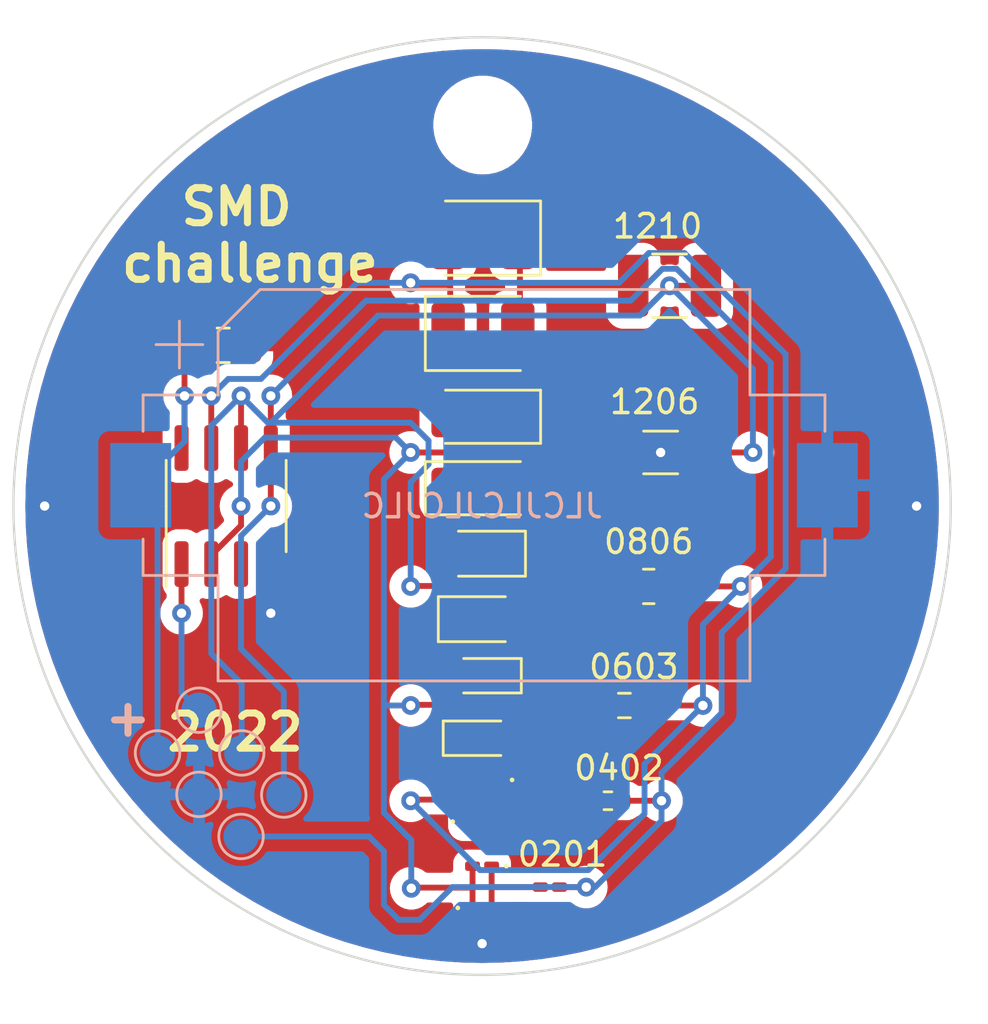
<source format=kicad_pcb>
(kicad_pcb (version 20211014) (generator pcbnew)
  (layers (0 "F.Cu" signal) (31 "B.Cu" signal) (34 "B.Paste" user) (35 "F.Paste" user) (36 "B.SilkS" user "B.Silkscreen") (37 "F.SilkS" user "F.Silkscreen") (38 "B.Mask" user) (39 "F.Mask" user) (44 "Edge.Cuts" user))
  (net 0 "")
  (net 1 "VCC")
  (net 2 "GND")
  (net 3 "/PB1")
  (net 4 "/PB0")
  (net 5 "/PB2")
  (net 6 "/PB3")
  (net 7 "/PB5")
  (net 9 "Net-(D5-Pad1)")
  (net 10 "Net-(D1-Pad1)")
  (net 11 "Net-(D11-Pad2)")
  (net 12 "Net-(D9-Pad1)")
  (net 13 "Net-(D7-Pad1)")
  (net 14 "Net-(D4-Pad2)")
  (footprint "LED_SMD:LED_0201_0603Metric_Pad0.64x0.40mm_HandSolder" (layer "F.Cu") (at 124.0783 135.255 180)
    (fp_text reference "D12" hide)
    (fp_text value "0201")
    (fp_circle (center -1.035 0) (end -0.985 0) (layer "F.SilkS") (width 0.1) (fill none))
    (pad "1" smd roundrect (at -0.4075 0 180) (size 0.635 0.4) (layers "F.Cu" "F.Mask") (net 11 "Net-(D11-Pad2)"))
    (pad "2" smd roundrect (at 0.4075 0 180) (size 0.635 0.4) (layers "F.Cu" "F.Mask") (net 6 "/PB3"))
  )
  (footprint "LED_SMD:LED_0603_1608Metric_Pad1.05x0.95mm_HandSolder" (layer "F.Cu") (at 124.079 129.794)
    (fp_text reference "D8" hide)
    (fp_text value "0608")
    (fp_line (start -1.66 -0.735) (end -1.66 0.735) (layer "F.SilkS") (width 0.12))
    (fp_line (start 0.8 -0.735) (end -1.66 -0.735) (layer "F.SilkS") (width 0.12))
    (fp_line (start -1.66 0.735) (end 0.8 0.735) (layer "F.SilkS") (width 0.12))
    (pad "1" smd roundrect (at -0.875 0) (size 1.05 0.95) (layers "F.Cu" "F.Paste" "F.Mask") (net 6 "/PB3"))
    (pad "2" smd roundrect (at 0.875 0) (size 1.05 0.95) (layers "F.Cu" "F.Paste" "F.Mask") (net 13 "Net-(D7-Pad1)"))
  )
  (footprint "Package_SO:SOIC-8_3.9x4.9mm_P1.27mm" (layer "F.Cu") (at 113.157 119.888 90)
    (fp_text reference "U1" hide)
    (fp_text value "ATtiny13A-SS")
    (fp_line (start 0 -2.56) (end -3.45 -2.56) (layer "F.SilkS") (width 0.12))
    (fp_line (start 0 2.56) (end 1.95 2.56) (layer "F.SilkS") (width 0.12))
    (fp_line (start 0 2.56) (end -1.95 2.56) (layer "F.SilkS") (width 0.12))
    (fp_line (start 0 -2.56) (end 1.95 -2.56) (layer "F.SilkS") (width 0.12))
    (pad "1" smd roundrect (at -2.475 -1.905 90) (size 1.95 0.6) (layers "F.Cu" "F.Paste" "F.Mask") (net 7 "/PB5"))
    (pad "2" smd roundrect (at -2.475 -0.635 90) (size 1.95 0.6) (layers "F.Cu" "F.Paste" "F.Mask") (net 6 "/PB3"))
    (pad "3" smd roundrect (at -2.475 0.635 90) (size 1.95 0.6) (layers "F.Cu" "F.Paste" "F.Mask"))
    (pad "4" smd roundrect (at -2.475 1.905 90) (size 1.95 0.6) (layers "F.Cu" "F.Paste" "F.Mask") (net 2 "GND"))
    (pad "5" smd roundrect (at 2.475 1.905 90) (size 1.95 0.6) (layers "F.Cu" "F.Paste" "F.Mask") (net 4 "/PB0"))
    (pad "6" smd roundrect (at 2.475 0.635 90) (size 1.95 0.6) (layers "F.Cu" "F.Paste" "F.Mask") (net 3 "/PB1"))
    (pad "7" smd roundrect (at 2.475 -0.635 90) (size 1.95 0.6) (layers "F.Cu" "F.Paste" "F.Mask") (net 5 "/PB2"))
    (pad "8" smd roundrect (at 2.475 -1.905 90) (size 1.95 0.6) (layers "F.Cu" "F.Paste" "F.Mask") (net 1 "VCC"))
  )
  (footprint "LED_SMD:LED_0402_1005Metric_Pad0.77x0.64mm_HandSolder" (layer "F.Cu") (at 124.093 131.572 180)
    (fp_text reference "D9" hide)
    (fp_text value "0402")
    (fp_circle (center -1.265 0) (end -1.215 0) (layer "F.SilkS") (width 0.1) (fill none))
    (pad "1" smd roundrect (at -0.5725 0 180) (size 0.765 0.64) (layers "F.Cu" "F.Paste" "F.Mask") (net 12 "Net-(D9-Pad1)"))
    (pad "2" smd roundrect (at 0.5725 0 180) (size 0.765 0.64) (layers "F.Cu" "F.Paste" "F.Mask") (net 4 "/PB0"))
  )
  (footprint "LED_SMD:LED_0805_2012Metric_Pad1.15x1.40mm_HandSolder" (layer "F.Cu") (at 124.07 124.714)
    (fp_text reference "D6" hide)
    (fp_text value "0805")
    (fp_line (start 1 -0.96) (end -1.86 -0.96) (layer "F.SilkS") (width 0.12))
    (fp_line (start -1.86 -0.96) (end -1.86 0.96) (layer "F.SilkS") (width 0.12))
    (fp_line (start -1.86 0.96) (end 1 0.96) (layer "F.SilkS") (width 0.12))
    (pad "1" smd roundrect (at -1.025 0) (size 1.15 1.4) (layers "F.Cu" "F.Paste" "F.Mask") (roundrect_rratio 0.2173913043) (net 3 "/PB1"))
    (pad "2" smd roundrect (at 1.025 0) (size 1.15 1.4) (layers "F.Cu" "F.Paste" "F.Mask") (roundrect_rratio 0.2173913043) (net 9 "Net-(D5-Pad1)"))
  )
  (footprint "Capacitor_SMD:C_0805_2012Metric_Pad1.18x1.45mm_HandSolder" (layer "F.Cu") (at 113.03 113.03)
    (fp_text reference "C1" hide)
    (fp_text value "10u")
    (fp_line (start -0.261252 -0.735) (end 0.261252 -0.735) (layer "F.SilkS") (width 0.12))
    (fp_line (start -0.261252 0.735) (end 0.261252 0.735) (layer "F.SilkS") (width 0.12))
    (pad "1" smd roundrect (at -1.0375 0) (size 1.175 1.45) (layers "F.Cu" "F.Paste" "F.Mask") (roundrect_rratio 0.2127659574) (net 1 "VCC"))
    (pad "2" smd roundrect (at 1.0375 0) (size 1.175 1.45) (layers "F.Cu" "F.Paste" "F.Mask") (roundrect_rratio 0.2127659574) (net 2 "GND"))
  )
  (footprint "Resistor_SMD:R_0805_2012Metric_Pad1.20x1.40mm_HandSolder" (layer "F.Cu") (at 131.191 123.317)
    (fp_text reference "R3" hide)
    (fp_text value "330")
    (fp_line (start -0.227064 -0.735) (end 0.227064 -0.735) (layer "F.SilkS") (width 0.12))
    (fp_line (start -0.227064 0.735) (end 0.227064 0.735) (layer "F.SilkS") (width 0.12))
    (pad "1" smd roundrect (at -1 0) (size 1.2 1.4) (layers "F.Cu" "F.Paste" "F.Mask") (roundrect_rratio 0.2083333333) (net 9 "Net-(D5-Pad1)"))
    (pad "2" smd roundrect (at 1 0) (size 1.2 1.4) (layers "F.Cu" "F.Paste" "F.Mask") (roundrect_rratio 0.2083333333) (net 4 "/PB0"))
  )
  (footprint "LED_SMD:LED_1210_3225Metric_Pad1.42x2.65mm_HandSolder" (layer "F.Cu") (at 124.1155 108.458 180)
    (fp_text reference "D1" hide)
    (fp_text value "1210")
    (fp_line (start -2.46 -1.585) (end -2.46 1.585) (layer "F.SilkS") (width 0.12))
    (fp_line (start -2.46 1.585) (end 1.6 1.585) (layer "F.SilkS") (width 0.12))
    (fp_line (start 1.6 -1.585) (end -2.46 -1.585) (layer "F.SilkS") (width 0.12))
    (pad "1" smd roundrect (at -1.4875 0 180) (size 1.425 2.65) (layers "F.Cu" "F.Paste" "F.Mask") (roundrect_rratio 0.1754392982) (net 10 "Net-(D1-Pad1)"))
    (pad "2" smd roundrect (at 1.4875 0 180) (size 1.425 2.65) (layers "F.Cu" "F.Paste" "F.Mask") (roundrect_rratio 0.1754392982) (net 5 "/PB2"))
  )
  (footprint "LED_SMD:LED_1210_3225Metric_Pad1.42x2.65mm_HandSolder" (layer "F.Cu") (at 124.1155 112.522)
    (fp_text reference "D2" hide)
    (fp_text value "1210")
    (fp_line (start -2.46 1.585) (end 1.6 1.585) (layer "F.SilkS") (width 0.12))
    (fp_line (start 1.6 -1.585) (end -2.46 -1.585) (layer "F.SilkS") (width 0.12))
    (fp_line (start -2.46 -1.585) (end -2.46 1.585) (layer "F.SilkS") (width 0.12))
    (pad "1" smd roundrect (at -1.4875 0) (size 1.425 2.65) (layers "F.Cu" "F.Paste" "F.Mask") (roundrect_rratio 0.1754392982) (net 5 "/PB2"))
    (pad "2" smd roundrect (at 1.4875 0) (size 1.425 2.65) (layers "F.Cu" "F.Paste" "F.Mask") (roundrect_rratio 0.1754392982) (net 10 "Net-(D1-Pad1)"))
  )
  (footprint "Resistor_SMD:R_0201_0603Metric_Pad0.64x0.40mm_HandSolder" (layer "F.Cu") (at 126.9735 136.144)
    (fp_text reference "R6" hide)
    (fp_text value "330")
    (pad "1" smd roundrect (at -0.4075 0) (size 0.635 0.4) (layers "F.Cu" "F.Mask") (net 11 "Net-(D11-Pad2)"))
    (pad "2" smd roundrect (at 0.4075 0) (size 0.635 0.4) (layers "F.Cu" "F.Mask") (net 5 "/PB2"))
  )
  (footprint "MountingHole:MountingHole_3.2mm_M3_ISO7380" (layer "F.Cu") (at 124.1044 103.632)
    (fp_text reference "REF**" hide)
    (fp_text value "MountingHole_3.2mm_M3_ISO7380" hide)
    (pad "" np_thru_hole circle (at 0 0) (size 3.2 3.2) (drill 3.2) (layers *.Cu *.Mask))
  )
  (footprint "Resistor_SMD:R_1210_3225Metric_Pad1.30x2.65mm_HandSolder" (layer "F.Cu") (at 132.08 110.49)
    (fp_text reference "R1" hide)
    (fp_text value "330")
    (fp_line (start -0.723737 -1.355) (end 0.723737 -1.355) (layer "F.SilkS") (width 0.12))
    (fp_line (start -0.723737 1.355) (end 0.723737 1.355) (layer "F.SilkS") (width 0.12))
    (pad "1" smd roundrect (at -1.55 0) (size 1.3 2.65) (layers "F.Cu" "F.Paste" "F.Mask") (roundrect_rratio 0.1923076923) (net 10 "Net-(D1-Pad1)"))
    (pad "2" smd roundrect (at 1.55 0) (size 1.3 2.65) (layers "F.Cu" "F.Paste" "F.Mask") (roundrect_rratio 0.1923076923) (net 3 "/PB1"))
  )
  (footprint "LED_SMD:LED_1206_3216Metric_Pad1.42x1.75mm_HandSolder" (layer "F.Cu") (at 124.1155 119.126)
    (fp_text reference "D4" hide)
    (fp_text value "1206")
    (fp_line (start -2.46 1.135) (end 1.6 1.135) (layer "F.SilkS") (width 0.12))
    (fp_line (start -2.46 -1.135) (end -2.46 1.135) (layer "F.SilkS") (width 0.12))
    (fp_line (start 1.6 -1.135) (end -2.46 -1.135) (layer "F.SilkS") (width 0.12))
    (pad "1" smd roundrect (at -1.4875 0) (size 1.425 1.75) (layers "F.Cu" "F.Paste" "F.Mask") (roundrect_rratio 0.1754392982) (net 6 "/PB3"))
    (pad "2" smd roundrect (at 1.4875 0) (size 1.425 1.75) (layers "F.Cu" "F.Paste" "F.Mask") (roundrect_rratio 0.1754392982) (net 14 "Net-(D4-Pad2)"))
  )
  (footprint "LED_SMD:LED_0805_2012Metric_Pad1.15x1.40mm_HandSolder" (layer "F.Cu") (at 124.07 121.92 180)
    (fp_text reference "D5" hide)
    (fp_text value "0805")
    (fp_line (start -1.86 -0.96) (end -1.86 0.96) (layer "F.SilkS") (width 0.12))
    (fp_line (start -1.86 0.96) (end 1 0.96) (layer "F.SilkS") (width 0.12))
    (fp_line (start 1 -0.96) (end -1.86 -0.96) (layer "F.SilkS") (width 0.12))
    (pad "1" smd roundrect (at -1.025 0 180) (size 1.15 1.4) (layers "F.Cu" "F.Paste" "F.Mask") (roundrect_rratio 0.2173913043) (net 9 "Net-(D5-Pad1)"))
    (pad "2" smd roundrect (at 1.025 0 180) (size 1.15 1.4) (layers "F.Cu" "F.Paste" "F.Mask") (roundrect_rratio 0.2173913043) (net 3 "/PB1"))
  )
  (footprint "LED_SMD:LED_1206_3216Metric_Pad1.42x1.75mm_HandSolder" (layer "F.Cu") (at 124.1155 116.078 180)
    (fp_text reference "D3" hide)
    (fp_text value "1206")
    (fp_line (start -2.46 1.135) (end 1.6 1.135) (layer "F.SilkS") (width 0.12))
    (fp_line (start 1.6 -1.135) (end -2.46 -1.135) (layer "F.SilkS") (width 0.12))
    (fp_line (start -2.46 -1.135) (end -2.46 1.135) (layer "F.SilkS") (width 0.12))
    (pad "1" smd roundrect (at -1.4875 0 180) (size 1.425 1.75) (layers "F.Cu" "F.Paste" "F.Mask") (roundrect_rratio 0.1754392982) (net 14 "Net-(D4-Pad2)"))
    (pad "2" smd roundrect (at 1.4875 0 180) (size 1.425 1.75) (layers "F.Cu" "F.Paste" "F.Mask") (roundrect_rratio 0.1754392982) (net 6 "/PB3"))
  )
  (footprint "LED_SMD:LED_0603_1608Metric_Pad1.05x0.95mm_HandSolder" (layer "F.Cu") (at 124.093 127.127 180)
    (fp_text reference "D7" hide)
    (fp_text value "0608")
    (fp_line (start -1.66 -0.735) (end -1.66 0.735) (layer "F.SilkS") (width 0.12))
    (fp_line (start 0.8 -0.735) (end -1.66 -0.735) (layer "F.SilkS") (width 0.12))
    (fp_line (start -1.66 0.735) (end 0.8 0.735) (layer "F.SilkS") (width 0.12))
    (pad "1" smd roundrect (at -0.875 0 180) (size 1.05 0.95) (layers "F.Cu" "F.Paste" "F.Mask") (net 13 "Net-(D7-Pad1)"))
    (pad "2" smd roundrect (at 0.875 0 180) (size 1.05 0.95) (layers "F.Cu" "F.Paste" "F.Mask") (net 6 "/PB3"))
  )
  (footprint "Resistor_SMD:R_0402_1005Metric_Pad0.72x0.64mm_HandSolder" (layer "F.Cu") (at 129.4505 132.461)
    (fp_text reference "R5" hide)
    (fp_text value "330")
    (fp_line (start -0.167621 -0.38) (end 0.167621 -0.38) (layer "F.SilkS") (width 0.12))
    (fp_line (start -0.167621 0.38) (end 0.167621 0.38) (layer "F.SilkS") (width 0.12))
    (pad "1" smd roundrect (at -0.5975 0) (size 0.715 0.64) (layers "F.Cu" "F.Paste" "F.Mask") (net 12 "Net-(D9-Pad1)"))
    (pad "2" smd roundrect (at 0.5975 0) (size 0.715 0.64) (layers "F.Cu" "F.Paste" "F.Mask") (net 5 "/PB2"))
  )
  (footprint "LED_SMD:LED_0402_1005Metric_Pad0.77x0.64mm_HandSolder" (layer "F.Cu") (at 124.0907 133.35)
    (fp_text reference "D10" hide)
    (fp_text value "0402")
    (fp_circle (center -1.265 0) (end -1.215 0) (layer "F.SilkS") (width 0.1) (fill none))
    (pad "1" smd roundrect (at -0.5725 0) (size 0.765 0.64) (layers "F.Cu" "F.Paste" "F.Mask") (net 4 "/PB0"))
    (pad "2" smd roundrect (at 0.5725 0) (size 0.765 0.64) (layers "F.Cu" "F.Paste" "F.Mask") (net 12 "Net-(D9-Pad1)"))
  )
  (footprint "LED_SMD:LED_0201_0603Metric_Pad0.64x0.40mm_HandSolder" (layer "F.Cu") (at 124.0783 137.033)
    (fp_text reference "D11" hide)
    (fp_text value "0201")
    (fp_circle (center -1.035 0) (end -0.985 0) (layer "F.SilkS") (width 0.1) (fill none))
    (pad "1" smd roundrect (at -0.4075 0) (size 0.635 0.4) (layers "F.Cu" "F.Mask") (net 6 "/PB3"))
    (pad "2" smd roundrect (at 0.4075 0) (size 0.635 0.4) (layers "F.Cu" "F.Mask") (net 11 "Net-(D11-Pad2)"))
  )
  (footprint "Resistor_SMD:R_1206_3216Metric_Pad1.30x1.75mm_HandSolder" (layer "F.Cu") (at 131.699 117.602)
    (fp_text reference "R2" hide)
    (fp_text value "330")
    (fp_line (start -0.727064 -0.91) (end 0.727064 -0.91) (layer "F.SilkS") (width 0.12))
    (fp_line (start -0.727064 0.91) (end 0.727064 0.91) (layer "F.SilkS") (width 0.12))
    (pad "1" smd roundrect (at -1.55 0) (size 1.3 1.75) (layers "F.Cu" "F.Paste" "F.Mask") (roundrect_rratio 0.1923076923) (net 14 "Net-(D4-Pad2)"))
    (pad "2" smd roundrect (at 1.55 0) (size 1.3 1.75) (layers "F.Cu" "F.Paste" "F.Mask") (roundrect_rratio 0.1923076923) (net 3 "/PB1"))
  )
  (footprint "Resistor_SMD:R_0603_1608Metric_Pad0.98x0.95mm_HandSolder" (layer "F.Cu") (at 130.1515 128.397)
    (fp_text reference "R4" hide)
    (fp_text value "330")
    (fp_line (start -0.254724 0.5225) (end 0.254724 0.5225) (layer "F.SilkS") (width 0.12))
    (fp_line (start -0.254724 -0.5225) (end 0.254724 -0.5225) (layer "F.SilkS") (width 0.12))
    (pad "1" smd roundrect (at -0.9125 0) (size 0.975 0.95) (layers "F.Cu" "F.Paste" "F.Mask") (net 13 "Net-(D7-Pad1)"))
    (pad "2" smd roundrect (at 0.9125 0) (size 0.975 0.95) (layers "F.Cu" "F.Paste" "F.Mask") (net 4 "/PB0"))
  )
  (footprint "TestPoint:TestPoint_Pad_D1.5mm" (layer "B.Cu") (at 113.820285 130.421182 -135)
    (fp_text reference "TP2" hide)
    (fp_text value "TestPoint")
    (fp_circle (center 0 0) (end 0 -0.95) (layer "B.SilkS") (width 0.12) (fill none))
    (pad "1" smd circle (at 0 0 225) (size 1.5 1.5) (layers "B.Cu" "B.Mask") (net 3 "/PB1"))
  )
  (footprint "TestPoint:TestPoint_Pad_D1.5mm" (layer "B.Cu") (at 110.228182 130.421182 -135)
    (fp_text reference "TP5" hide)
    (fp_text value "TestPoint")
    (fp_circle (center 0 0) (end 0 -0.95) (layer "B.SilkS") (width 0.12) (fill none))
    (pad "1" smd circle (at 0 0 225) (size 1.5 1.5) (layers "B.Cu" "B.Mask") (net 1 "VCC"))
  )
  (footprint "TestPoint:TestPoint_Pad_D1.5mm" (layer "B.Cu") (at 111.995949 128.596846 -135)
    (fp_text reference "TP4" hide)
    (fp_text value "TestPoint")
    (fp_circle (center 0 0) (end 0 -0.95) (layer "B.SilkS") (width 0.12) (fill none))
    (pad "1" smd circle (at 0 0 225) (size 1.5 1.5) (layers "B.Cu" "B.Mask") (net 7 "/PB5"))
  )
  (footprint "Battery:BatteryHolder_Keystone_1060_1x2032" (layer "B.Cu") (at 124.161 118.999)
    (fp_text reference "BT1" hide)
    (fp_text value "cr2032")
    (fp_line (start -11.35 8.35) (end -11.35 3.85) (layer "B.SilkS") (width 0.12))
    (fp_line (start -11.35 -6.55) (end -11.35 -3.85) (layer "B.SilkS") (width 0.12))
    (fp_line (start -11.35 8.35) (end 11.35 8.35) (layer "B.SilkS") (width 0.12))
    (fp_line (start -13 -5) (end -13 -7) (layer "B.SilkS") (width 0.12))
    (fp_line (start 11.35 -8.35) (end -9.55 -8.35) (layer "B.SilkS") (width 0.12))
    (fp_line (start 14.55 3.85) (end 14.55 2.3) (layer "B.SilkS") (width 0.12))
    (fp_line (start -11.35 -3.85) (end -14.55 -3.85) (layer "B.SilkS") (width 0.12))
    (fp_line (start 11.35 -3.85) (end 14.55 -3.85) (layer "B.SilkS") (width 0.12))
    (fp_line (start -14.55 -3.85) (end -14.55 -2.3) (layer "B.SilkS") (width 0.12))
    (fp_line (start 14.55 -3.85) (end 14.55 -2.3) (layer "B.SilkS") (width 0.12))
    (fp_line (start -12 -6) (end -14 -6) (layer "B.SilkS") (width 0.12))
    (fp_line (start 11.35 -8.35) (end 11.35 -3.85) (layer "B.SilkS") (width 0.12))
    (fp_line (start -11.35 3.85) (end -14.55 3.85) (layer "B.SilkS") (width 0.12))
    (fp_line (start 11.35 3.85) (end 14.55 3.85) (layer "B.SilkS") (width 0.12))
    (fp_line (start -9.55 -8.35) (end -11.35 -6.55) (layer "B.SilkS") (width 0.12))
    (fp_line (start 11.35 8.35) (end 11.35 3.85) (layer "B.SilkS") (width 0.12))
    (fp_line (start -14.55 3.85) (end -14.55 2.3) (layer "B.SilkS") (width 0.12))
    (pad "1" smd rect (at -14.65 0 180) (size 2.6 3.6) (layers "B.Cu" "B.Paste" "B.Mask") (net 1 "VCC"))
    (pad "2" smd rect (at 14.65 0 180) (size 2.6 3.6) (layers "B.Cu" "B.Paste" "B.Mask") (net 2 "GND"))
  )
  (footprint "TestPoint:TestPoint_Pad_D1.5mm" (layer "B.Cu") (at 111.995949 132.188949 -135)
    (fp_text reference "TP6" hide)
    (fp_text value "TestPoint")
    (fp_circle (center 0 0) (end 0 -0.95) (layer "B.SilkS") (width 0.12) (fill none))
    (pad "1" smd circle (at 0 0 225) (size 1.5 1.5) (layers "B.Cu" "B.Mask") (net 2 "GND"))
  )
  (footprint "TestPoint:TestPoint_Pad_D1.5mm" (layer "B.Cu") (at 115.616336 132.217233 -135)
    (fp_text reference "TP1" hide)
    (fp_text value "TestPoint")
    (fp_circle (center 0 0) (end 0 -0.95) (layer "B.SilkS") (width 0.12) (fill none))
    (pad "1" smd circle (at 0 0 225) (size 1.5 1.5) (layers "B.Cu" "B.Mask") (net 4 "/PB0"))
  )
  (footprint "TestPoint:TestPoint_Pad_D1.5mm" (layer "B.Cu") (at 113.792 133.985 -135)
    (fp_text reference "TP3" hide)
    (fp_text value "TestPoint")
    (fp_circle (center 0 0) (end 0 -0.95) (layer "B.SilkS") (width 0.12) (fill none))
    (pad "1" smd circle (at 0 0 225) (size 1.5 1.5) (layers "B.Cu" "B.Mask") (net 5 "/PB2"))
  )
  (gr_circle (center 124.079 119.888) (end 144.079 119.888) (layer "Edge.Cuts") (width 0.1) (fill none))
  (gr_text "JLCJLCJLCJLC" (at 124.079 119.888) (layer "B.SilkS") (effects (font (size 1 1)) (justify mirror)))
  (gr_text "+" (at 108.966 128.905) (layer "B.SilkS") (effects (font (size 1.5 1.5) (thickness 0.3))))
  (gr_text "0201" (at 127.508 134.747) (layer "F.SilkS") (effects (font (size 1 1))))
  (gr_text "1206" (at 131.445 115.443) (layer "F.SilkS") (effects (font (size 1 1))))
  (gr_text "1210" (at 131.572 107.95) (layer "F.SilkS") (effects (font (size 1 1))))
  (gr_text "0603" (at 130.556 126.746) (layer "F.SilkS") (effects (font (size 1 1))))
  (gr_text "0402" (at 129.921 131.064) (layer "F.SilkS") (effects (font (size 1 1))))
  (gr_text "0806" (at 131.191 121.412) (layer "F.SilkS") (effects (font (size 1 1))))
  (gr_text "2022" (at 113.538 129.54) (layer "F.SilkS") (effects (font (size 1.5 1.5) (thickness 0.3))))
  (gr_text "SMD \nchallenge" (at 114.173 108.331) (layer "F.SilkS") (effects (font (size 1.5 1.5) (thickness 0.3))))
  (segment (start 111.379 117.286) (end 111.252 117.413) (width 0.25) (layer "F.Cu") (net 1))
  (segment (start 111.379 113.6435) (end 111.9925 113.03) (width 0.25) (layer "F.Cu") (net 1))
  (segment (start 111.379 115.189) (end 111.379 117.286) (width 0.25) (layer "F.Cu") (net 1))
  (segment (start 111.379 115.189) (end 111.379 113.6435) (width 0.25) (layer "F.Cu") (net 1))
  (via (at 111.379 115.189) (size 0.8) (drill 0.4) (layers "F.Cu" "B.Cu") (net 1))
  (segment (start 111.379 117.131) (end 109.511 118.999) (width 0.25) (layer "B.Cu") (net 1))
  (segment (start 111.379 115.189) (end 111.379 117.131) (width 0.25) (layer "B.Cu") (net 1))
  (segment (start 110.228182 130.421182) (end 110.228182 119.716182) (width 0.25) (layer "B.Cu") (net 1))
  (segment (start 110.228182 119.716182) (end 109.511 118.999) (width 0.25) (layer "B.Cu") (net 1))
  (via (at 105.41 119.888) (size 0.8) (drill 0.4) (layers "F.Cu" "B.Cu") (net 2))
  (via (at 124.079 138.557) (size 0.8) (drill 0.4) (layers "F.Cu" "B.Cu") (net 2))
  (via (at 131.699 117.602) (size 0.8) (drill 0.4) (layers "F.Cu" "B.Cu") (net 2))
  (via (at 142.621 119.888) (size 0.8) (drill 0.4) (layers "F.Cu" "B.Cu") (net 2))
  (via (at 115.062 124.46) (size 0.8) (drill 0.4) (layers "F.Cu" "B.Cu") (net 2))
  (segment (start 139.7 119.888) (end 138.811 118.999) (width 0.25) (layer "B.Cu") (net 2))
  (segment (start 113.792 115.189) (end 113.792 117.413) (width 0.25) (layer "F.Cu") (net 3))
  (segment (start 133.249 117.602) (end 135.636 117.602) (width 0.25) (layer "F.Cu") (net 3))
  (segment (start 123.045 123.299) (end 123.045 124.714) (width 0.25) (layer "F.Cu") (net 3))
  (segment (start 121.049 123.299) (end 121.031 123.317) (width 0.25) (layer "F.Cu") (net 3))
  (segment (start 123.045 121.92) (end 123.045 123.299) (width 0.25) (layer "F.Cu") (net 3))
  (segment (start 132.08 110.49) (end 133.63 110.49) (width 0.25) (layer "F.Cu") (net 3))
  (segment (start 123.045 123.299) (end 121.049 123.299) (width 0.25) (layer "F.Cu") (net 3))
  (via (at 132.08 110.49) (size 0.8) (drill 0.4) (layers "F.Cu" "B.Cu") (net 3))
  (via (at 121.031 123.317) (size 0.8) (drill 0.4) (layers "F.Cu" "B.Cu") (net 3))
  (via (at 135.636 117.602) (size 0.8) (drill 0.4) (layers "F.Cu" "B.Cu") (net 3))
  (via (at 113.792 115.189) (size 0.8) (drill 0.4) (layers "F.Cu" "B.Cu") (net 3))
  (segment (start 135.636 117.602) (end 135.636 114.046) (width 0.25) (layer "B.Cu") (net 3))
  (segment (start 115.062 116.332) (end 119.634 111.76) (width 0.25) (layer "B.Cu") (net 3))
  (segment (start 135.636 114.046) (end 132.08 110.49) (width 0.25) (layer "B.Cu") (net 3))
  (segment (start 114.935 116.332) (end 115.062 116.332) (width 0.25) (layer "B.Cu") (net 3))
  (segment (start 121.031 116.332) (end 114.935 116.332) (width 0.25) (layer "B.Cu") (net 3))
  (segment (start 112.522 126.18143) (end 113.820285 127.479715) (width 0.25) (layer "B.Cu") (net 3))
  (segment (start 121.793 118.11) (end 121.793 117.094) (width 0.25) (layer "B.Cu") (net 3))
  (segment (start 113.792 115.189) (end 112.522 116.459) (width 0.25) (layer "B.Cu") (net 3))
  (segment (start 121.031 118.872) (end 121.793 118.11) (width 0.25) (layer "B.Cu") (net 3))
  (segment (start 113.792 115.189) (end 114.935 116.332) (width 0.25) (layer "B.Cu") (net 3))
  (segment (start 121.031 123.317) (end 121.031 118.872) (width 0.25) (layer "B.Cu") (net 3))
  (segment (start 121.793 117.094) (end 121.031 116.332) (width 0.25) (layer "B.Cu") (net 3))
  (segment (start 112.522 116.459) (end 112.522 126.18143) (width 0.25) (layer "B.Cu") (net 3))
  (segment (start 113.820285 127.479715) (end 113.820285 130.421182) (width 0.25) (layer "B.Cu") (net 3))
  (segment (start 119.634 111.76) (end 130.81 111.76) (width 0.25) (layer "B.Cu") (net 3))
  (segment (start 130.81 111.76) (end 132.08 110.49) (width 0.25) (layer "B.Cu") (net 3))
  (segment (start 115.062 115.189) (end 115.062 117.413) (width 0.25) (layer "F.Cu") (net 4))
  (segment (start 123.5182 133.35) (end 123.5182 132.4122) (width 0.25) (layer "F.Cu") (net 4))
  (segment (start 115.062 119.888) (end 115.062 117.413) (width 0.25) (layer "F.Cu") (net 4))
  (segment (start 131.064 128.397) (end 133.5043 128.397) (width 0.25) (layer "F.Cu") (net 4))
  (segment (start 123.5182 131.5743) (end 123.5205 131.572) (width 0.25) (layer "F.Cu") (net 4))
  (segment (start 121.0798 132.4122) (end 123.5182 132.4122) (width 0.25) (layer "F.Cu") (net 4))
  (segment (start 121.031 132.461) (end 121.0798 132.4122) (width 0.25) (layer "F.Cu") (net 4))
  (segment (start 132.191 123.317) (end 135.128 123.317) (width 0.25) (layer "F.Cu") (net 4))
  (segment (start 123.5182 132.4122) (end 123.5182 131.5743) (width 0.25) (layer "F.Cu") (net 4))
  (via (at 121.031 132.461) (size 0.8) (drill 0.4) (layers "F.Cu" "B.Cu") (net 4))
  (via (at 133.5043 128.397) (size 0.8) (drill 0.4) (layers "F.Cu" "B.Cu") (net 4))
  (via (at 135.128 123.317) (size 0.8) (drill 0.4) (layers "F.Cu" "B.Cu") (net 4))
  (via (at 115.062 115.189) (size 0.8) (drill 0.4) (layers "F.Cu" "B.Cu") (net 4))
  (via (at 115.062 119.888) (size 0.8) (drill 0.4) (layers "F.Cu" "B.Cu") (net 4))
  (segment (start 115.062 119.888) (end 113.792 121.158) (width 0.25) (layer "B.Cu") (net 4))
  (segment (start 135.128 123.317) (end 133.604 124.841) (width 0.25) (layer "B.Cu") (net 4))
  (segment (start 113.792 121.158) (end 113.792 125.984) (width 0.25) (layer "B.Cu") (net 4))
  (segment (start 115.616336 127.808336) (end 115.616336 132.217233) (width 0.25) (layer "B.Cu") (net 4))
  (segment (start 130.420175 111.12452) (end 119.12648 111.12452) (width 0.25) (layer "B.Cu") (net 4))
  (segment (start 135.128 123.317) (end 136.398 122.047) (width 0.25) (layer "B.Cu") (net 4))
  (segment (start 136.398 113.782695) (end 132.380305 109.765) (width 0.25) (layer "B.Cu") (net 4))
  (segment (start 131.779695 109.765) (end 130.420175 111.12452) (width 0.25) (layer "B.Cu") (net 4))
  (segment (start 136.398 122.047) (end 136.398 113.782695) (width 0.25) (layer "B.Cu") (net 4))
  (segment (start 113.792 125.984) (end 115.616336 127.808336) (width 0.25) (layer "B.Cu") (net 4))
  (segment (start 123.989 135.419) (end 128.614 135.419) (width 0.25) (layer "B.Cu") (net 4))
  (segment (start 133.5043 124.9407) (end 133.5043 128.397) (width 0.25) (layer "B.Cu") (net 4))
  (segment (start 121.031 132.461) (end 123.989 135.419) (width 0.25) (layer "B.Cu") (net 4))
  (segment (start 132.380305 109.765) (end 131.779695 109.765) (width 0.25) (layer "B.Cu") (net 4))
  (segment (start 128.614 135.419) (end 131.0115 133.0215) (width 0.25) (layer "B.Cu") (net 4))
  (segment (start 131.0115 130.8898) (end 133.5043 128.397) (width 0.25) (layer "B.Cu") (net 4))
  (segment (start 119.12648 111.12452) (end 115.062 115.189) (width 0.25) (layer "B.Cu") (net 4))
  (segment (start 131.0115 133.0215) (end 131.0115 130.8898) (width 0.25) (layer "B.Cu") (net 4))
  (segment (start 135.128 123.317) (end 133.5043 124.9407) (width 0.25) (layer "B.Cu") (net 4))
  (segment (start 112.522 115.189) (end 112.522 117.413) (width 0.25) (layer "F.Cu") (net 5))
  (segment (start 122.7185 108.458) (end 122.7185 110.4535) (width 0.25) (layer "F.Cu") (net 5))
  (segment (start 122.7185 110.4535) (end 122.7185 112.268) (width 0.25) (layer "F.Cu") (net 5))
  (segment (start 130.048 132.461) (end 131.7365 132.461) (width 0.25) (layer "F.Cu") (net 5))
  (segment (start 122.7185 110.4535) (end 121.1215 110.4535) (width 0.25) (layer "F.Cu") (net 5))
  (segment (start 121.1215 110.4535) (end 121.031 110.363) (width 0.25) (layer "F.Cu") (net 5))
  (segment (start 127.381 136.144) (end 128.524 136.144) (width 0.25) (layer "F.Cu") (net 5))
  (via (at 121.031 110.363) (size 0.8) (drill 0.4) (layers "F.Cu" "B.Cu") (net 5))
  (via (at 128.524 136.144) (size 0.8) (drill 0.4) (layers "F.Cu" "B.Cu") (net 5))
  (via (at 112.522 115.189) (size 0.8) (drill 0.4) (layers "F.Cu" "B.Cu") (net 5))
  (via (at 131.7365 132.461) (size 0.8) (drill 0.4) (layers "F.Cu" "B.Cu") (net 5))
  (segment (start 121.031 110.363) (end 118.745 110.363) (width 0.25) (layer "B.Cu") (net 5))
  (segment (start 137.033 113.411) (end 132.715 109.093) (width 0.25) (layer "B.Cu") (net 5))
  (segment (start 114.643511 114.464489) (end 113.246511 114.464489) (width 0.25) (layer "B.Cu") (net 5))
  (segment (start 131.7365 132.461) (end 131.7365 131.2805) (width 0.25) (layer "B.Cu") (net 5))
  (segment (start 129.921 110.363) (end 131.191 109.093) (width 0.25) (layer "B.Cu") (net 5))
  (segment (start 118.745 110.363) (end 114.643511 114.464489) (width 0.25) (layer "B.Cu") (net 5))
  (segment (start 134.3025 125.2855) (end 137.033 122.555) (width 0.25) (layer "B.Cu") (net 5))
  (segment (start 119.253 133.985) (end 113.792 133.985) (width 0.25) (layer "B.Cu") (net 5))
  (segment (start 132.715 109.093) (end 131.191 109.093) (width 0.25) (layer "B.Cu") (net 5))
  (segment (start 120.523 137.541) (end 119.888 136.906) (width 0.25) (layer "B.Cu") (net 5))
  (segment (start 137.033 122.555) (end 137.033 113.411) (width 0.25) (layer "B.Cu") (net 5))
  (segment (start 131.7365 131.2805) (end 134.3025 128.7145) (width 0.25) (layer "B.Cu") (net 5))
  (segment (start 122.809 136.144) (end 121.412 137.541) (width 0.25) (layer "B.Cu") (net 5))
  (segment (start 119.888 136.906) (end 119.888 134.62) (width 0.25) (layer "B.Cu") (net 5))
  (segment (start 128.524 136.144) (end 122.809 136.144) (width 0.25) (layer "B.Cu") (net 5))
  (segment (start 131.7365 133.313896) (end 131.7365 132.461) (width 0.25) (layer "B.Cu") (net 5))
  (segment (start 121.031 110.363) (end 129.921 110.363) (width 0.25) (layer "B.Cu") (net 5))
  (segment (start 134.3025 128.7145) (end 134.3025 125.2855) (width 0.25) (layer "B.Cu") (net 5))
  (segment (start 128.524 136.144) (end 128.906396 136.144) (width 0.25) (layer "B.Cu") (net 5))
  (segment (start 121.412 137.541) (end 120.523 137.541) (width 0.25) (layer "B.Cu") (net 5))
  (segment (start 113.246511 114.464489) (end 112.522 115.189) (width 0.25) (layer "B.Cu") (net 5))
  (segment (start 119.888 134.62) (end 119.253 133.985) (width 0.25) (layer "B.Cu") (net 5))
  (segment (start 128.906396 136.144) (end 131.7365 133.313896) (width 0.25) (layer "B.Cu") (net 5))
  (segment (start 122.628 117.548) (end 122.628 119.126) (width 0.25) (layer "F.Cu") (net 6))
  (segment (start 123.218 128.369) (end 121.059 128.369) (width 0.25) (layer "F.Cu") (net 6))
  (segment (start 123.6708 136.1676) (end 123.6708 137.033) (width 0.25) (layer "F.Cu") (net 6))
  (segment (start 113.792 119.888) (end 113.792 120.716249) (width 0.25) (layer "F.Cu") (net 6))
  (segment (start 123.218 128.369) (end 123.218 127.254) (width 0.25) (layer "F.Cu") (net 6))
  (segment (start 112.522 121.986249) (end 112.522 122.363) (width 0.25) (layer "F.Cu") (net 6))
  (segment (start 113.792 120.716249) (end 112.522 121.986249) (width 0.25) (layer "F.Cu") (net 6))
  (segment (start 122.574 117.602) (end 122.628 117.548) (width 0.25) (layer "F.Cu") (net 6))
  (segment (start 123.6708 135.255) (end 123.6708 136.1676) (width 0.25) (layer "F.Cu") (net 6))
  (segment (start 121.0836 136.1676) (end 123.6708 136.1676) (width 0.25) (layer "F.Cu") (net 6))
  (segment (start 122.628 116.078) (end 122.628 117.548) (width 0.25) (layer "F.Cu") (net 6))
  (segment (start 123.218 129.54) (end 123.218 128.369) (width 0.25) (layer "F.Cu") (net 6))
  (segment (start 121.059 128.369) (end 121.031 128.397) (width 0.25) (layer "F.Cu") (net 6))
  (segment (start 121.0564 136.1948) (end 121.0836 136.1676) (width 0.25) (layer "F.Cu") (net 6))
  (segment (start 121.031 117.602) (end 122.574 117.602) (width 0.25) (layer "F.Cu") (net 6))
  (via (at 121.031 128.397) (size 0.8) (drill 0.4) (layers "F.Cu" "B.Cu") (net 6))
  (via (at 113.792 119.888) (size 0.8) (drill 0.4) (layers "F.Cu" "B.Cu") (net 6))
  (via (at 121.031 117.602) (size 0.8) (drill 0.4) (layers "F.Cu" "B.Cu") (net 6))
  (via (at 121.0564 136.1948) (size 0.8) (drill 0.4) (layers "F.Cu" "B.Cu") (net 6))
  (segment (start 120.015 128.397) (end 119.888 128.27) (width 0.25) (layer "B.Cu") (net 6))
  (segment (start 120.396 116.967) (end 121.031 117.602) (width 0.25) (layer "B.Cu") (net 6))
  (segment (start 121.031 117.602) (end 119.888 118.745) (width 0.25) (layer "B.Cu") (net 6))
  (segment (start 121.0564 134.1374) (end 120.777 133.858) (width 0.25) (layer "B.Cu") (net 6))
  (segment (start 121.0564 136.1948) (end 121.0564 134.1374) (width 0.25) (layer "B.Cu") (net 6))
  (segment (start 119.888 118.745) (end 119.888 128.27) (width 0.25) (layer "B.Cu") (net 6))
  (segment (start 114.808 116.967) (end 120.396 116.967) (width 0.25) (layer "B.Cu") (net 6))
  (segment (start 121.031 128.397) (end 120.015 128.397) (width 0.25) (layer "B.Cu") (net 6))
  (segment (start 120.777 133.858) (end 120.904 133.985) (width 0.25) (layer "B.Cu") (net 6))
  (segment (start 119.888 132.969) (end 120.777 133.858) (width 0.25) (layer "B.Cu") (net 6))
  (segment (start 113.792 117.983) (end 114.808 116.967) (width 0.25) (layer "B.Cu") (net 6))
  (segment (start 119.888 128.27) (end 119.888 132.969) (width 0.25) (layer "B.Cu") (net 6))
  (segment (start 113.792 119.888) (end 113.792 117.983) (width 0.25) (layer "B.Cu") (net 6))
  (segment (start 111.252 122.363) (end 111.252 124.46) (width 0.25) (layer "F.Cu") (net 7))
  (via (at 111.252 124.46) (size 0.8) (drill 0.4) (layers "F.Cu" "B.Cu") (net 7))
  (segment (start 111.252 127.852897) (end 111.995949 128.596846) (width 0.25) (layer "B.Cu") (net 7))
  (segment (start 111.252 124.46) (end 111.252 127.852897) (width 0.25) (layer "B.Cu") (net 7))
  (segment (start 130.191 123.317) (end 125.095 123.317) (width 0.25) (layer "F.Cu") (net 9))
  (segment (start 125.095 123.317) (end 125.095 124.714) (width 0.25) (layer "F.Cu") (net 9))
  (segment (start 125.095 121.92) (end 125.095 123.317) (width 0.25) (layer "F.Cu") (net 9))
  (segment (start 125.6935 108.458) (end 125.6935 110.1995) (width 0.25) (layer "F.Cu") (net 10))
  (segment (start 125.6935 110.1995) (end 125.6935 112.268) (width 0.25) (layer "F.Cu") (net 10))
  (segment (start 130.53 110.49) (end 125.73 110.49) (width 0.25) (layer "F.Cu") (net 10))
  (segment (start 126.566 136.144) (end 124.5108 136.144) (width 0.25) (layer "F.Cu") (net 11))
  (segment (start 124.4858 136.169) (end 124.4858 135.255) (width 0.25) (layer "F.Cu") (net 11))
  (segment (start 124.5108 136.144) (end 124.4858 136.169) (width 0.25) (layer "F.Cu") (net 11))
  (segment (start 124.4858 137.033) (end 124.4858 136.169) (width 0.25) (layer "F.Cu") (net 11))
  (segment (start 124.6655 132.2855) (end 124.6655 131.572) (width 0.25) (layer "F.Cu") (net 12))
  (segment (start 128.853 132.461) (end 128.8276 132.4356) (width 0.25) (layer "F.Cu") (net 12))
  (segment (start 124.6632 131.5743) (end 124.6655 131.572) (width 0.25) (layer "F.Cu") (net 12))
  (segment (start 124.6632 133.35) (end 124.6632 132.4864) (width 0.25) (layer "F.Cu") (net 12))
  (segment (start 128.8276 132.4356) (end 124.714 132.4356) (width 0.25) (layer "F.Cu") (net 12))
  (segment (start 124.6632 132.4864) (end 124.6632 131.5743) (width 0.25) (layer "F.Cu") (net 12))
  (segment (start 129.239 128.397) (end 129.2136 128.3716) (width 0.25) (layer "F.Cu") (net 13))
  (segment (start 129.2136 128.3716) (end 124.9934 128.3716) (width 0.25) (layer "F.Cu") (net 13))
  (segment (start 124.9934 128.3716) (end 124.968 128.397) (width 0.25) (layer "F.Cu") (net 13))
  (segment (start 124.968 128.397) (end 124.968 129.54) (width 0.25) (layer "F.Cu") (net 13))
  (segment (start 124.968 127.254) (end 124.968 128.397) (width 0.25) (layer "F.Cu") (net 13))
  (segment (start 130.149 117.602) (end 125.603 117.602) (width 0.25) (layer "F.Cu") (net 14))
  (segment (start 125.603 116.078) (end 125.603 117.602) (width 0.25) (layer "F.Cu") (net 14))
  (segment (start 125.603 117.602) (end 125.603 119.126) (width 0.25) (layer "F.Cu") (net 14))
  (zone (net 2) (net_name "GND") (layers F&B.Cu) (connect_pads (clearance 0.508)) (min_thickness 0.254) (fill yes (thermal_gap 0.508) (thermal_bridge_width 0.508))
    (polygon (pts (xy 103.505 141.986) (xy 145.669 141.732) (xy 145.669 98.298) (xy 103.505 98.298)))
  )
)
</source>
